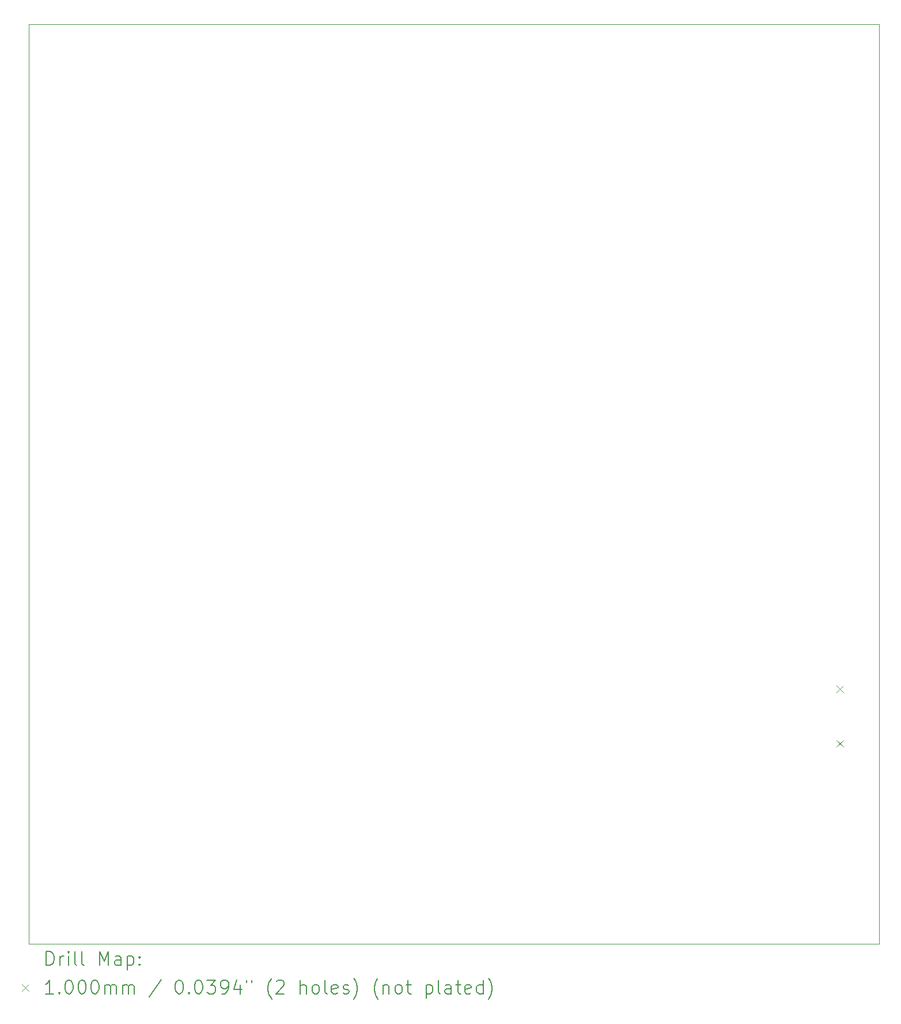
<source format=gbr>
%TF.GenerationSoftware,KiCad,Pcbnew,9.0.3*%
%TF.CreationDate,2025-12-27T22:39:14+05:30*%
%TF.ProjectId,STM32+ESP32,53544d33-322b-4455-9350-33322e6b6963,rev?*%
%TF.SameCoordinates,Original*%
%TF.FileFunction,Drillmap*%
%TF.FilePolarity,Positive*%
%FSLAX45Y45*%
G04 Gerber Fmt 4.5, Leading zero omitted, Abs format (unit mm)*
G04 Created by KiCad (PCBNEW 9.0.3) date 2025-12-27 22:39:14*
%MOMM*%
%LPD*%
G01*
G04 APERTURE LIST*
%ADD10C,0.050000*%
%ADD11C,0.200000*%
%ADD12C,0.100000*%
G04 APERTURE END LIST*
D10*
X15000000Y-16500000D02*
X27500000Y-16500000D01*
X27500000Y-30000000D01*
X15000000Y-30000000D01*
X15000000Y-16500000D01*
D11*
D12*
X26875000Y-26210000D02*
X26975000Y-26310000D01*
X26975000Y-26210000D02*
X26875000Y-26310000D01*
X26875000Y-27010000D02*
X26975000Y-27110000D01*
X26975000Y-27010000D02*
X26875000Y-27110000D01*
D11*
X15258277Y-30313984D02*
X15258277Y-30113984D01*
X15258277Y-30113984D02*
X15305896Y-30113984D01*
X15305896Y-30113984D02*
X15334467Y-30123508D01*
X15334467Y-30123508D02*
X15353515Y-30142555D01*
X15353515Y-30142555D02*
X15363039Y-30161603D01*
X15363039Y-30161603D02*
X15372562Y-30199698D01*
X15372562Y-30199698D02*
X15372562Y-30228269D01*
X15372562Y-30228269D02*
X15363039Y-30266365D01*
X15363039Y-30266365D02*
X15353515Y-30285412D01*
X15353515Y-30285412D02*
X15334467Y-30304460D01*
X15334467Y-30304460D02*
X15305896Y-30313984D01*
X15305896Y-30313984D02*
X15258277Y-30313984D01*
X15458277Y-30313984D02*
X15458277Y-30180650D01*
X15458277Y-30218746D02*
X15467801Y-30199698D01*
X15467801Y-30199698D02*
X15477324Y-30190174D01*
X15477324Y-30190174D02*
X15496372Y-30180650D01*
X15496372Y-30180650D02*
X15515420Y-30180650D01*
X15582086Y-30313984D02*
X15582086Y-30180650D01*
X15582086Y-30113984D02*
X15572562Y-30123508D01*
X15572562Y-30123508D02*
X15582086Y-30133031D01*
X15582086Y-30133031D02*
X15591610Y-30123508D01*
X15591610Y-30123508D02*
X15582086Y-30113984D01*
X15582086Y-30113984D02*
X15582086Y-30133031D01*
X15705896Y-30313984D02*
X15686848Y-30304460D01*
X15686848Y-30304460D02*
X15677324Y-30285412D01*
X15677324Y-30285412D02*
X15677324Y-30113984D01*
X15810658Y-30313984D02*
X15791610Y-30304460D01*
X15791610Y-30304460D02*
X15782086Y-30285412D01*
X15782086Y-30285412D02*
X15782086Y-30113984D01*
X16039229Y-30313984D02*
X16039229Y-30113984D01*
X16039229Y-30113984D02*
X16105896Y-30256841D01*
X16105896Y-30256841D02*
X16172562Y-30113984D01*
X16172562Y-30113984D02*
X16172562Y-30313984D01*
X16353515Y-30313984D02*
X16353515Y-30209222D01*
X16353515Y-30209222D02*
X16343991Y-30190174D01*
X16343991Y-30190174D02*
X16324943Y-30180650D01*
X16324943Y-30180650D02*
X16286848Y-30180650D01*
X16286848Y-30180650D02*
X16267801Y-30190174D01*
X16353515Y-30304460D02*
X16334467Y-30313984D01*
X16334467Y-30313984D02*
X16286848Y-30313984D01*
X16286848Y-30313984D02*
X16267801Y-30304460D01*
X16267801Y-30304460D02*
X16258277Y-30285412D01*
X16258277Y-30285412D02*
X16258277Y-30266365D01*
X16258277Y-30266365D02*
X16267801Y-30247317D01*
X16267801Y-30247317D02*
X16286848Y-30237793D01*
X16286848Y-30237793D02*
X16334467Y-30237793D01*
X16334467Y-30237793D02*
X16353515Y-30228269D01*
X16448753Y-30180650D02*
X16448753Y-30380650D01*
X16448753Y-30190174D02*
X16467801Y-30180650D01*
X16467801Y-30180650D02*
X16505896Y-30180650D01*
X16505896Y-30180650D02*
X16524943Y-30190174D01*
X16524943Y-30190174D02*
X16534467Y-30199698D01*
X16534467Y-30199698D02*
X16543991Y-30218746D01*
X16543991Y-30218746D02*
X16543991Y-30275888D01*
X16543991Y-30275888D02*
X16534467Y-30294936D01*
X16534467Y-30294936D02*
X16524943Y-30304460D01*
X16524943Y-30304460D02*
X16505896Y-30313984D01*
X16505896Y-30313984D02*
X16467801Y-30313984D01*
X16467801Y-30313984D02*
X16448753Y-30304460D01*
X16629705Y-30294936D02*
X16639229Y-30304460D01*
X16639229Y-30304460D02*
X16629705Y-30313984D01*
X16629705Y-30313984D02*
X16620182Y-30304460D01*
X16620182Y-30304460D02*
X16629705Y-30294936D01*
X16629705Y-30294936D02*
X16629705Y-30313984D01*
X16629705Y-30190174D02*
X16639229Y-30199698D01*
X16639229Y-30199698D02*
X16629705Y-30209222D01*
X16629705Y-30209222D02*
X16620182Y-30199698D01*
X16620182Y-30199698D02*
X16629705Y-30190174D01*
X16629705Y-30190174D02*
X16629705Y-30209222D01*
D12*
X14897500Y-30592500D02*
X14997500Y-30692500D01*
X14997500Y-30592500D02*
X14897500Y-30692500D01*
D11*
X15363039Y-30733984D02*
X15248753Y-30733984D01*
X15305896Y-30733984D02*
X15305896Y-30533984D01*
X15305896Y-30533984D02*
X15286848Y-30562555D01*
X15286848Y-30562555D02*
X15267801Y-30581603D01*
X15267801Y-30581603D02*
X15248753Y-30591127D01*
X15448753Y-30714936D02*
X15458277Y-30724460D01*
X15458277Y-30724460D02*
X15448753Y-30733984D01*
X15448753Y-30733984D02*
X15439229Y-30724460D01*
X15439229Y-30724460D02*
X15448753Y-30714936D01*
X15448753Y-30714936D02*
X15448753Y-30733984D01*
X15582086Y-30533984D02*
X15601134Y-30533984D01*
X15601134Y-30533984D02*
X15620182Y-30543508D01*
X15620182Y-30543508D02*
X15629705Y-30553031D01*
X15629705Y-30553031D02*
X15639229Y-30572079D01*
X15639229Y-30572079D02*
X15648753Y-30610174D01*
X15648753Y-30610174D02*
X15648753Y-30657793D01*
X15648753Y-30657793D02*
X15639229Y-30695888D01*
X15639229Y-30695888D02*
X15629705Y-30714936D01*
X15629705Y-30714936D02*
X15620182Y-30724460D01*
X15620182Y-30724460D02*
X15601134Y-30733984D01*
X15601134Y-30733984D02*
X15582086Y-30733984D01*
X15582086Y-30733984D02*
X15563039Y-30724460D01*
X15563039Y-30724460D02*
X15553515Y-30714936D01*
X15553515Y-30714936D02*
X15543991Y-30695888D01*
X15543991Y-30695888D02*
X15534467Y-30657793D01*
X15534467Y-30657793D02*
X15534467Y-30610174D01*
X15534467Y-30610174D02*
X15543991Y-30572079D01*
X15543991Y-30572079D02*
X15553515Y-30553031D01*
X15553515Y-30553031D02*
X15563039Y-30543508D01*
X15563039Y-30543508D02*
X15582086Y-30533984D01*
X15772562Y-30533984D02*
X15791610Y-30533984D01*
X15791610Y-30533984D02*
X15810658Y-30543508D01*
X15810658Y-30543508D02*
X15820182Y-30553031D01*
X15820182Y-30553031D02*
X15829705Y-30572079D01*
X15829705Y-30572079D02*
X15839229Y-30610174D01*
X15839229Y-30610174D02*
X15839229Y-30657793D01*
X15839229Y-30657793D02*
X15829705Y-30695888D01*
X15829705Y-30695888D02*
X15820182Y-30714936D01*
X15820182Y-30714936D02*
X15810658Y-30724460D01*
X15810658Y-30724460D02*
X15791610Y-30733984D01*
X15791610Y-30733984D02*
X15772562Y-30733984D01*
X15772562Y-30733984D02*
X15753515Y-30724460D01*
X15753515Y-30724460D02*
X15743991Y-30714936D01*
X15743991Y-30714936D02*
X15734467Y-30695888D01*
X15734467Y-30695888D02*
X15724943Y-30657793D01*
X15724943Y-30657793D02*
X15724943Y-30610174D01*
X15724943Y-30610174D02*
X15734467Y-30572079D01*
X15734467Y-30572079D02*
X15743991Y-30553031D01*
X15743991Y-30553031D02*
X15753515Y-30543508D01*
X15753515Y-30543508D02*
X15772562Y-30533984D01*
X15963039Y-30533984D02*
X15982086Y-30533984D01*
X15982086Y-30533984D02*
X16001134Y-30543508D01*
X16001134Y-30543508D02*
X16010658Y-30553031D01*
X16010658Y-30553031D02*
X16020182Y-30572079D01*
X16020182Y-30572079D02*
X16029705Y-30610174D01*
X16029705Y-30610174D02*
X16029705Y-30657793D01*
X16029705Y-30657793D02*
X16020182Y-30695888D01*
X16020182Y-30695888D02*
X16010658Y-30714936D01*
X16010658Y-30714936D02*
X16001134Y-30724460D01*
X16001134Y-30724460D02*
X15982086Y-30733984D01*
X15982086Y-30733984D02*
X15963039Y-30733984D01*
X15963039Y-30733984D02*
X15943991Y-30724460D01*
X15943991Y-30724460D02*
X15934467Y-30714936D01*
X15934467Y-30714936D02*
X15924943Y-30695888D01*
X15924943Y-30695888D02*
X15915420Y-30657793D01*
X15915420Y-30657793D02*
X15915420Y-30610174D01*
X15915420Y-30610174D02*
X15924943Y-30572079D01*
X15924943Y-30572079D02*
X15934467Y-30553031D01*
X15934467Y-30553031D02*
X15943991Y-30543508D01*
X15943991Y-30543508D02*
X15963039Y-30533984D01*
X16115420Y-30733984D02*
X16115420Y-30600650D01*
X16115420Y-30619698D02*
X16124943Y-30610174D01*
X16124943Y-30610174D02*
X16143991Y-30600650D01*
X16143991Y-30600650D02*
X16172563Y-30600650D01*
X16172563Y-30600650D02*
X16191610Y-30610174D01*
X16191610Y-30610174D02*
X16201134Y-30629222D01*
X16201134Y-30629222D02*
X16201134Y-30733984D01*
X16201134Y-30629222D02*
X16210658Y-30610174D01*
X16210658Y-30610174D02*
X16229705Y-30600650D01*
X16229705Y-30600650D02*
X16258277Y-30600650D01*
X16258277Y-30600650D02*
X16277324Y-30610174D01*
X16277324Y-30610174D02*
X16286848Y-30629222D01*
X16286848Y-30629222D02*
X16286848Y-30733984D01*
X16382086Y-30733984D02*
X16382086Y-30600650D01*
X16382086Y-30619698D02*
X16391610Y-30610174D01*
X16391610Y-30610174D02*
X16410658Y-30600650D01*
X16410658Y-30600650D02*
X16439229Y-30600650D01*
X16439229Y-30600650D02*
X16458277Y-30610174D01*
X16458277Y-30610174D02*
X16467801Y-30629222D01*
X16467801Y-30629222D02*
X16467801Y-30733984D01*
X16467801Y-30629222D02*
X16477324Y-30610174D01*
X16477324Y-30610174D02*
X16496372Y-30600650D01*
X16496372Y-30600650D02*
X16524943Y-30600650D01*
X16524943Y-30600650D02*
X16543991Y-30610174D01*
X16543991Y-30610174D02*
X16553515Y-30629222D01*
X16553515Y-30629222D02*
X16553515Y-30733984D01*
X16943991Y-30524460D02*
X16772563Y-30781603D01*
X17201134Y-30533984D02*
X17220182Y-30533984D01*
X17220182Y-30533984D02*
X17239229Y-30543508D01*
X17239229Y-30543508D02*
X17248753Y-30553031D01*
X17248753Y-30553031D02*
X17258277Y-30572079D01*
X17258277Y-30572079D02*
X17267801Y-30610174D01*
X17267801Y-30610174D02*
X17267801Y-30657793D01*
X17267801Y-30657793D02*
X17258277Y-30695888D01*
X17258277Y-30695888D02*
X17248753Y-30714936D01*
X17248753Y-30714936D02*
X17239229Y-30724460D01*
X17239229Y-30724460D02*
X17220182Y-30733984D01*
X17220182Y-30733984D02*
X17201134Y-30733984D01*
X17201134Y-30733984D02*
X17182087Y-30724460D01*
X17182087Y-30724460D02*
X17172563Y-30714936D01*
X17172563Y-30714936D02*
X17163039Y-30695888D01*
X17163039Y-30695888D02*
X17153515Y-30657793D01*
X17153515Y-30657793D02*
X17153515Y-30610174D01*
X17153515Y-30610174D02*
X17163039Y-30572079D01*
X17163039Y-30572079D02*
X17172563Y-30553031D01*
X17172563Y-30553031D02*
X17182087Y-30543508D01*
X17182087Y-30543508D02*
X17201134Y-30533984D01*
X17353515Y-30714936D02*
X17363039Y-30724460D01*
X17363039Y-30724460D02*
X17353515Y-30733984D01*
X17353515Y-30733984D02*
X17343991Y-30724460D01*
X17343991Y-30724460D02*
X17353515Y-30714936D01*
X17353515Y-30714936D02*
X17353515Y-30733984D01*
X17486848Y-30533984D02*
X17505896Y-30533984D01*
X17505896Y-30533984D02*
X17524944Y-30543508D01*
X17524944Y-30543508D02*
X17534468Y-30553031D01*
X17534468Y-30553031D02*
X17543991Y-30572079D01*
X17543991Y-30572079D02*
X17553515Y-30610174D01*
X17553515Y-30610174D02*
X17553515Y-30657793D01*
X17553515Y-30657793D02*
X17543991Y-30695888D01*
X17543991Y-30695888D02*
X17534468Y-30714936D01*
X17534468Y-30714936D02*
X17524944Y-30724460D01*
X17524944Y-30724460D02*
X17505896Y-30733984D01*
X17505896Y-30733984D02*
X17486848Y-30733984D01*
X17486848Y-30733984D02*
X17467801Y-30724460D01*
X17467801Y-30724460D02*
X17458277Y-30714936D01*
X17458277Y-30714936D02*
X17448753Y-30695888D01*
X17448753Y-30695888D02*
X17439229Y-30657793D01*
X17439229Y-30657793D02*
X17439229Y-30610174D01*
X17439229Y-30610174D02*
X17448753Y-30572079D01*
X17448753Y-30572079D02*
X17458277Y-30553031D01*
X17458277Y-30553031D02*
X17467801Y-30543508D01*
X17467801Y-30543508D02*
X17486848Y-30533984D01*
X17620182Y-30533984D02*
X17743991Y-30533984D01*
X17743991Y-30533984D02*
X17677325Y-30610174D01*
X17677325Y-30610174D02*
X17705896Y-30610174D01*
X17705896Y-30610174D02*
X17724944Y-30619698D01*
X17724944Y-30619698D02*
X17734468Y-30629222D01*
X17734468Y-30629222D02*
X17743991Y-30648269D01*
X17743991Y-30648269D02*
X17743991Y-30695888D01*
X17743991Y-30695888D02*
X17734468Y-30714936D01*
X17734468Y-30714936D02*
X17724944Y-30724460D01*
X17724944Y-30724460D02*
X17705896Y-30733984D01*
X17705896Y-30733984D02*
X17648753Y-30733984D01*
X17648753Y-30733984D02*
X17629706Y-30724460D01*
X17629706Y-30724460D02*
X17620182Y-30714936D01*
X17839229Y-30733984D02*
X17877325Y-30733984D01*
X17877325Y-30733984D02*
X17896372Y-30724460D01*
X17896372Y-30724460D02*
X17905896Y-30714936D01*
X17905896Y-30714936D02*
X17924944Y-30686365D01*
X17924944Y-30686365D02*
X17934468Y-30648269D01*
X17934468Y-30648269D02*
X17934468Y-30572079D01*
X17934468Y-30572079D02*
X17924944Y-30553031D01*
X17924944Y-30553031D02*
X17915420Y-30543508D01*
X17915420Y-30543508D02*
X17896372Y-30533984D01*
X17896372Y-30533984D02*
X17858277Y-30533984D01*
X17858277Y-30533984D02*
X17839229Y-30543508D01*
X17839229Y-30543508D02*
X17829706Y-30553031D01*
X17829706Y-30553031D02*
X17820182Y-30572079D01*
X17820182Y-30572079D02*
X17820182Y-30619698D01*
X17820182Y-30619698D02*
X17829706Y-30638746D01*
X17829706Y-30638746D02*
X17839229Y-30648269D01*
X17839229Y-30648269D02*
X17858277Y-30657793D01*
X17858277Y-30657793D02*
X17896372Y-30657793D01*
X17896372Y-30657793D02*
X17915420Y-30648269D01*
X17915420Y-30648269D02*
X17924944Y-30638746D01*
X17924944Y-30638746D02*
X17934468Y-30619698D01*
X18105896Y-30600650D02*
X18105896Y-30733984D01*
X18058277Y-30524460D02*
X18010658Y-30667317D01*
X18010658Y-30667317D02*
X18134468Y-30667317D01*
X18201134Y-30533984D02*
X18201134Y-30572079D01*
X18277325Y-30533984D02*
X18277325Y-30572079D01*
X18572563Y-30810174D02*
X18563039Y-30800650D01*
X18563039Y-30800650D02*
X18543991Y-30772079D01*
X18543991Y-30772079D02*
X18534468Y-30753031D01*
X18534468Y-30753031D02*
X18524944Y-30724460D01*
X18524944Y-30724460D02*
X18515420Y-30676841D01*
X18515420Y-30676841D02*
X18515420Y-30638746D01*
X18515420Y-30638746D02*
X18524944Y-30591127D01*
X18524944Y-30591127D02*
X18534468Y-30562555D01*
X18534468Y-30562555D02*
X18543991Y-30543508D01*
X18543991Y-30543508D02*
X18563039Y-30514936D01*
X18563039Y-30514936D02*
X18572563Y-30505412D01*
X18639230Y-30553031D02*
X18648753Y-30543508D01*
X18648753Y-30543508D02*
X18667801Y-30533984D01*
X18667801Y-30533984D02*
X18715420Y-30533984D01*
X18715420Y-30533984D02*
X18734468Y-30543508D01*
X18734468Y-30543508D02*
X18743991Y-30553031D01*
X18743991Y-30553031D02*
X18753515Y-30572079D01*
X18753515Y-30572079D02*
X18753515Y-30591127D01*
X18753515Y-30591127D02*
X18743991Y-30619698D01*
X18743991Y-30619698D02*
X18629706Y-30733984D01*
X18629706Y-30733984D02*
X18753515Y-30733984D01*
X18991611Y-30733984D02*
X18991611Y-30533984D01*
X19077325Y-30733984D02*
X19077325Y-30629222D01*
X19077325Y-30629222D02*
X19067801Y-30610174D01*
X19067801Y-30610174D02*
X19048753Y-30600650D01*
X19048753Y-30600650D02*
X19020182Y-30600650D01*
X19020182Y-30600650D02*
X19001134Y-30610174D01*
X19001134Y-30610174D02*
X18991611Y-30619698D01*
X19201134Y-30733984D02*
X19182087Y-30724460D01*
X19182087Y-30724460D02*
X19172563Y-30714936D01*
X19172563Y-30714936D02*
X19163039Y-30695888D01*
X19163039Y-30695888D02*
X19163039Y-30638746D01*
X19163039Y-30638746D02*
X19172563Y-30619698D01*
X19172563Y-30619698D02*
X19182087Y-30610174D01*
X19182087Y-30610174D02*
X19201134Y-30600650D01*
X19201134Y-30600650D02*
X19229706Y-30600650D01*
X19229706Y-30600650D02*
X19248753Y-30610174D01*
X19248753Y-30610174D02*
X19258277Y-30619698D01*
X19258277Y-30619698D02*
X19267801Y-30638746D01*
X19267801Y-30638746D02*
X19267801Y-30695888D01*
X19267801Y-30695888D02*
X19258277Y-30714936D01*
X19258277Y-30714936D02*
X19248753Y-30724460D01*
X19248753Y-30724460D02*
X19229706Y-30733984D01*
X19229706Y-30733984D02*
X19201134Y-30733984D01*
X19382087Y-30733984D02*
X19363039Y-30724460D01*
X19363039Y-30724460D02*
X19353515Y-30705412D01*
X19353515Y-30705412D02*
X19353515Y-30533984D01*
X19534468Y-30724460D02*
X19515420Y-30733984D01*
X19515420Y-30733984D02*
X19477325Y-30733984D01*
X19477325Y-30733984D02*
X19458277Y-30724460D01*
X19458277Y-30724460D02*
X19448753Y-30705412D01*
X19448753Y-30705412D02*
X19448753Y-30629222D01*
X19448753Y-30629222D02*
X19458277Y-30610174D01*
X19458277Y-30610174D02*
X19477325Y-30600650D01*
X19477325Y-30600650D02*
X19515420Y-30600650D01*
X19515420Y-30600650D02*
X19534468Y-30610174D01*
X19534468Y-30610174D02*
X19543992Y-30629222D01*
X19543992Y-30629222D02*
X19543992Y-30648269D01*
X19543992Y-30648269D02*
X19448753Y-30667317D01*
X19620182Y-30724460D02*
X19639230Y-30733984D01*
X19639230Y-30733984D02*
X19677325Y-30733984D01*
X19677325Y-30733984D02*
X19696373Y-30724460D01*
X19696373Y-30724460D02*
X19705896Y-30705412D01*
X19705896Y-30705412D02*
X19705896Y-30695888D01*
X19705896Y-30695888D02*
X19696373Y-30676841D01*
X19696373Y-30676841D02*
X19677325Y-30667317D01*
X19677325Y-30667317D02*
X19648753Y-30667317D01*
X19648753Y-30667317D02*
X19629706Y-30657793D01*
X19629706Y-30657793D02*
X19620182Y-30638746D01*
X19620182Y-30638746D02*
X19620182Y-30629222D01*
X19620182Y-30629222D02*
X19629706Y-30610174D01*
X19629706Y-30610174D02*
X19648753Y-30600650D01*
X19648753Y-30600650D02*
X19677325Y-30600650D01*
X19677325Y-30600650D02*
X19696373Y-30610174D01*
X19772563Y-30810174D02*
X19782087Y-30800650D01*
X19782087Y-30800650D02*
X19801134Y-30772079D01*
X19801134Y-30772079D02*
X19810658Y-30753031D01*
X19810658Y-30753031D02*
X19820182Y-30724460D01*
X19820182Y-30724460D02*
X19829706Y-30676841D01*
X19829706Y-30676841D02*
X19829706Y-30638746D01*
X19829706Y-30638746D02*
X19820182Y-30591127D01*
X19820182Y-30591127D02*
X19810658Y-30562555D01*
X19810658Y-30562555D02*
X19801134Y-30543508D01*
X19801134Y-30543508D02*
X19782087Y-30514936D01*
X19782087Y-30514936D02*
X19772563Y-30505412D01*
X20134468Y-30810174D02*
X20124944Y-30800650D01*
X20124944Y-30800650D02*
X20105896Y-30772079D01*
X20105896Y-30772079D02*
X20096373Y-30753031D01*
X20096373Y-30753031D02*
X20086849Y-30724460D01*
X20086849Y-30724460D02*
X20077325Y-30676841D01*
X20077325Y-30676841D02*
X20077325Y-30638746D01*
X20077325Y-30638746D02*
X20086849Y-30591127D01*
X20086849Y-30591127D02*
X20096373Y-30562555D01*
X20096373Y-30562555D02*
X20105896Y-30543508D01*
X20105896Y-30543508D02*
X20124944Y-30514936D01*
X20124944Y-30514936D02*
X20134468Y-30505412D01*
X20210658Y-30600650D02*
X20210658Y-30733984D01*
X20210658Y-30619698D02*
X20220182Y-30610174D01*
X20220182Y-30610174D02*
X20239230Y-30600650D01*
X20239230Y-30600650D02*
X20267801Y-30600650D01*
X20267801Y-30600650D02*
X20286849Y-30610174D01*
X20286849Y-30610174D02*
X20296373Y-30629222D01*
X20296373Y-30629222D02*
X20296373Y-30733984D01*
X20420182Y-30733984D02*
X20401134Y-30724460D01*
X20401134Y-30724460D02*
X20391611Y-30714936D01*
X20391611Y-30714936D02*
X20382087Y-30695888D01*
X20382087Y-30695888D02*
X20382087Y-30638746D01*
X20382087Y-30638746D02*
X20391611Y-30619698D01*
X20391611Y-30619698D02*
X20401134Y-30610174D01*
X20401134Y-30610174D02*
X20420182Y-30600650D01*
X20420182Y-30600650D02*
X20448754Y-30600650D01*
X20448754Y-30600650D02*
X20467801Y-30610174D01*
X20467801Y-30610174D02*
X20477325Y-30619698D01*
X20477325Y-30619698D02*
X20486849Y-30638746D01*
X20486849Y-30638746D02*
X20486849Y-30695888D01*
X20486849Y-30695888D02*
X20477325Y-30714936D01*
X20477325Y-30714936D02*
X20467801Y-30724460D01*
X20467801Y-30724460D02*
X20448754Y-30733984D01*
X20448754Y-30733984D02*
X20420182Y-30733984D01*
X20543992Y-30600650D02*
X20620182Y-30600650D01*
X20572563Y-30533984D02*
X20572563Y-30705412D01*
X20572563Y-30705412D02*
X20582087Y-30724460D01*
X20582087Y-30724460D02*
X20601134Y-30733984D01*
X20601134Y-30733984D02*
X20620182Y-30733984D01*
X20839230Y-30600650D02*
X20839230Y-30800650D01*
X20839230Y-30610174D02*
X20858277Y-30600650D01*
X20858277Y-30600650D02*
X20896373Y-30600650D01*
X20896373Y-30600650D02*
X20915420Y-30610174D01*
X20915420Y-30610174D02*
X20924944Y-30619698D01*
X20924944Y-30619698D02*
X20934468Y-30638746D01*
X20934468Y-30638746D02*
X20934468Y-30695888D01*
X20934468Y-30695888D02*
X20924944Y-30714936D01*
X20924944Y-30714936D02*
X20915420Y-30724460D01*
X20915420Y-30724460D02*
X20896373Y-30733984D01*
X20896373Y-30733984D02*
X20858277Y-30733984D01*
X20858277Y-30733984D02*
X20839230Y-30724460D01*
X21048754Y-30733984D02*
X21029706Y-30724460D01*
X21029706Y-30724460D02*
X21020182Y-30705412D01*
X21020182Y-30705412D02*
X21020182Y-30533984D01*
X21210658Y-30733984D02*
X21210658Y-30629222D01*
X21210658Y-30629222D02*
X21201135Y-30610174D01*
X21201135Y-30610174D02*
X21182087Y-30600650D01*
X21182087Y-30600650D02*
X21143992Y-30600650D01*
X21143992Y-30600650D02*
X21124944Y-30610174D01*
X21210658Y-30724460D02*
X21191611Y-30733984D01*
X21191611Y-30733984D02*
X21143992Y-30733984D01*
X21143992Y-30733984D02*
X21124944Y-30724460D01*
X21124944Y-30724460D02*
X21115420Y-30705412D01*
X21115420Y-30705412D02*
X21115420Y-30686365D01*
X21115420Y-30686365D02*
X21124944Y-30667317D01*
X21124944Y-30667317D02*
X21143992Y-30657793D01*
X21143992Y-30657793D02*
X21191611Y-30657793D01*
X21191611Y-30657793D02*
X21210658Y-30648269D01*
X21277325Y-30600650D02*
X21353515Y-30600650D01*
X21305896Y-30533984D02*
X21305896Y-30705412D01*
X21305896Y-30705412D02*
X21315420Y-30724460D01*
X21315420Y-30724460D02*
X21334468Y-30733984D01*
X21334468Y-30733984D02*
X21353515Y-30733984D01*
X21496373Y-30724460D02*
X21477325Y-30733984D01*
X21477325Y-30733984D02*
X21439230Y-30733984D01*
X21439230Y-30733984D02*
X21420182Y-30724460D01*
X21420182Y-30724460D02*
X21410658Y-30705412D01*
X21410658Y-30705412D02*
X21410658Y-30629222D01*
X21410658Y-30629222D02*
X21420182Y-30610174D01*
X21420182Y-30610174D02*
X21439230Y-30600650D01*
X21439230Y-30600650D02*
X21477325Y-30600650D01*
X21477325Y-30600650D02*
X21496373Y-30610174D01*
X21496373Y-30610174D02*
X21505896Y-30629222D01*
X21505896Y-30629222D02*
X21505896Y-30648269D01*
X21505896Y-30648269D02*
X21410658Y-30667317D01*
X21677325Y-30733984D02*
X21677325Y-30533984D01*
X21677325Y-30724460D02*
X21658277Y-30733984D01*
X21658277Y-30733984D02*
X21620182Y-30733984D01*
X21620182Y-30733984D02*
X21601135Y-30724460D01*
X21601135Y-30724460D02*
X21591611Y-30714936D01*
X21591611Y-30714936D02*
X21582087Y-30695888D01*
X21582087Y-30695888D02*
X21582087Y-30638746D01*
X21582087Y-30638746D02*
X21591611Y-30619698D01*
X21591611Y-30619698D02*
X21601135Y-30610174D01*
X21601135Y-30610174D02*
X21620182Y-30600650D01*
X21620182Y-30600650D02*
X21658277Y-30600650D01*
X21658277Y-30600650D02*
X21677325Y-30610174D01*
X21753516Y-30810174D02*
X21763039Y-30800650D01*
X21763039Y-30800650D02*
X21782087Y-30772079D01*
X21782087Y-30772079D02*
X21791611Y-30753031D01*
X21791611Y-30753031D02*
X21801135Y-30724460D01*
X21801135Y-30724460D02*
X21810658Y-30676841D01*
X21810658Y-30676841D02*
X21810658Y-30638746D01*
X21810658Y-30638746D02*
X21801135Y-30591127D01*
X21801135Y-30591127D02*
X21791611Y-30562555D01*
X21791611Y-30562555D02*
X21782087Y-30543508D01*
X21782087Y-30543508D02*
X21763039Y-30514936D01*
X21763039Y-30514936D02*
X21753516Y-30505412D01*
M02*

</source>
